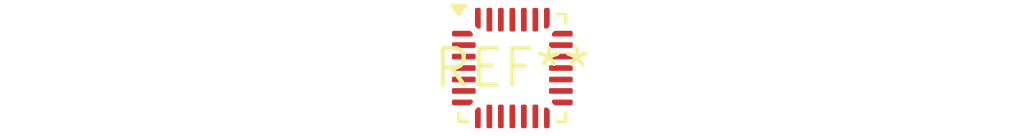
<source format=kicad_pcb>
(kicad_pcb (version 20240108) (generator pcbnew)
  (layers (0 "F.Cu" signal) (31 "B.Cu" signal) (34 "B.Paste" user) (35 "F.Paste" user) (36 "B.SilkS" user "B.Silkscreen") (37 "F.SilkS" user "F.Silkscreen") (38 "B.Mask" user) (39 "F.Mask" user) (44 "Edge.Cuts" user))
  (net 0 "")
  (footprint "OnSemi_VCT-28_3.5x3.5mm_P0.4mm" (layer "F.Cu") (at 0 0)
    (property "Reference" "REF**")
    (property "Value" "OnSemi_VCT-28_3.5x3.5mm_P0.4mm")
    (fp_line (start -1.86 1.86) (end -1.86 1.56) (layer "F.SilkS") (stroke (width 0.12)))
    (fp_line (start -1.56 1.86) (end -1.86 1.86) (layer "F.SilkS") (stroke (width 0.12)))
    (fp_line (start 1.56 -1.86) (end 1.86 -1.86) (layer "F.SilkS") (stroke (width 0.12)))
    (fp_line (start 1.56 1.86) (end 1.86 1.86) (layer "F.SilkS") (stroke (width 0.12)))
    (fp_line (start 1.86 -1.86) (end 1.86 -1.56) (layer "F.SilkS") (stroke (width 0.12)))
    (fp_line (start 1.86 1.86) (end 1.86 1.56) (layer "F.SilkS") (stroke (width 0.12)))
    (fp_poly (pts (xy -1.86 -1.86) (xy -2.1 -2.19) (xy -1.62 -2.19) (xy -1.86 -1.86)) (layer "F.SilkS") (stroke (width 0.12)) (fill solid))
    (pad "1" smd custom (at -1.7375 -1.2) (size 0.13636 0.13636) (layers "F.Cu" "F.Paste" "F.Mask") (options (clearance outline) (anchor circle)) (primitives (gr_poly (pts (xy -0.3125 -0.05) (xy 0.251789 -0.05) (xy 0.3125 0.010711) (xy 0.3125 0.05) (xy -0.3125 0.05)) (width 0.1) (fill yes))))
    (pad "2" smd roundrect (at -1.6875 -0.8) (size 0.825 0.2) (layers "F.Cu" "F.Paste" "F.Mask"))
    (pad "3" smd roundrect (at -1.6875 -0.4) (size 0.825 0.2) (layers "F.Cu" "F.Paste" "F.Mask"))
    (pad "4" smd roundrect (at -1.6875 0) (size 0.825 0.2) (layers "F.Cu" "F.Paste" "F.Mask"))
    (pad "5" smd roundrect (at -1.6875 0.4) (size 0.825 0.2) (layers "F.Cu" "F.Paste" "F.Mask"))
    (pad "6" smd roundrect (at -1.6875 0.8) (size 0.825 0.2) (layers "F.Cu" "F.Paste" "F.Mask"))
    (pad "7" smd custom (at -1.7375 1.2) (size 0.13636 0.13636) (layers "F.Cu" "F.Paste" "F.Mask") (options (clearance outline) (anchor circle)) (primitives (gr_poly (pts (xy -0.3125 -0.05) (xy 0.3125 -0.05) (xy 0.3125 -0.010711) (xy 0.251789 0.05) (xy -0.3125 0.05)) (width 0.1) (fill yes))))
    (pad "8" smd custom (at -1.2 1.7375) (size 0.13636 0.13636) (layers "F.Cu" "F.Paste" "F.Mask") (options (clearance outline) (anchor circle)) (primitives (gr_poly (pts (xy -0.05 -0.251789) (xy 0.010711 -0.3125) (xy 0.05 -0.3125) (xy 0.05 0.3125) (xy -0.05 0.3125)) (width 0.1) (fill yes))))
    (pad "9" smd roundrect (at -0.8 1.6875) (size 0.2 0.825) (layers "F.Cu" "F.Paste" "F.Mask"))
    (pad "10" smd roundrect (at -0.4 1.6875) (size 0.2 0.825) (layers "F.Cu" "F.Paste" "F.Mask"))
    (pad "11" smd roundrect (at 0 1.6875) (size 0.2 0.825) (layers "F.Cu" "F.Paste" "F.Mask"))
    (pad "12" smd roundrect (at 0.4 1.6875) (size 0.2 0.825) (layers "F.Cu" "F.Paste" "F.Mask"))
    (pad "13" smd roundrect (at 0.8 1.6875) (size 0.2 0.825) (layers "F.Cu" "F.Paste" "F.Mask"))
    (pad "14" smd custom (at 1.2 1.7375) (size 0.13636 0.13636) (layers "F.Cu" "F.Paste" "F.Mask") (options (clearance outline) (anchor circle)) (primitives (gr_poly (pts (xy -0.05 -0.3125) (xy -0.010711 -0.3125) (xy 0.05 -0.251789) (xy 0.05 0.3125) (xy -0.05 0.3125)) (width 0.1) (fill yes))))
    (pad "15" smd custom (at 1.7375 1.2) (size 0.13636 0.13636) (layers "F.Cu" "F.Paste" "F.Mask") (options (clearance outline) (anchor circle)) (primitives (gr_poly (pts (xy -0.3125 -0.05) (xy 0.3125 -0.05) (xy 0.3125 0.05) (xy -0.251789 0.05) (xy -0.3125 -0.010711)) (width 0.1) (fill yes))))
    (pad "16" smd roundrect (at 1.6875 0.8) (size 0.825 0.2) (layers "F.Cu" "F.Paste" "F.Mask"))
    (pad "17" smd roundrect (at 1.6875 0.4) (size 0.825 0.2) (layers "F.Cu" "F.Paste" "F.Mask"))
    (pad "18" smd roundrect (at 1.6875 0) (size 0.825 0.2) (layers "F.Cu" "F.Paste" "F.Mask"))
    (pad "19" smd roundrect (at 1.6875 -0.4) (size 0.825 0.2) (layers "F.Cu" "F.Paste" "F.Mask"))
    (pad "20" smd roundrect (at 1.6875 -0.8) (size 0.825 0.2) (layers "F.Cu" "F.Paste" "F.Mask"))
    (pad "21" smd custom (at 1.7375 -1.2) (size 0.13636 0.13636) (layers "F.Cu" "F.Paste" "F.Mask") (options (clearance outline) (anchor circle)) (primitives (gr_poly (pts (xy -0.3125 0.010711) (xy -0.251789 -0.05) (xy 0.3125 -0.05) (xy 0.3125 0.05) (xy -0.3125 0.05)) (width 0.1) (fill yes))))
    (pad "22" smd custom (at 1.2 -1.7375) (size 0.13636 0.13636) (layers "F.Cu" "F.Paste" "F.Mask") (options (clearance outline) (anchor circle)) (primitives (gr_poly (pts (xy -0.05 -0.3125) (xy 0.05 -0.3125) (xy 0.05 0.251789) (xy -0.010711 0.3125) (xy -0.05 0.3125)) (width 0.1) (fill yes))))
    (pad "23" smd roundrect (at 0.8 -1.6875) (size 0.2 0.825) (layers "F.Cu" "F.Paste" "F.Mask"))
    (pad "24" smd roundrect (at 0.4 -1.6875) (size 0.2 0.825) (layers "F.Cu" "F.Paste" "F.Mask"))
    (pad "25" smd roundrect (at 0 -1.6875) (size 0.2 0.825) (layers "F.Cu" "F.Paste" "F.Mask"))
    (pad "26" smd roundrect (at -0.4 -1.6875) (size 0.2 0.825) (layers "F.Cu" "F.Paste" "F.Mask"))
    (pad "27" smd roundrect (at -0.8 -1.6875) (size 0.2 0.825) (layers "F.Cu" "F.Paste" "F.Mask"))
    (pad "28" smd custom (at -1.2 -1.7375) (size 0.13636 0.13636) (layers "F.Cu" "F.Paste" "F.Mask") (options (clearance outline) (anchor circle)) (primitives (gr_poly (pts (xy -0.05 -0.3125) (xy 0.05 -0.3125) (xy 0.05 0.3125) (xy 0.010711 0.3125) (xy -0.05 0.251789)) (width 0.1) (fill yes))))
  )
)
</source>
